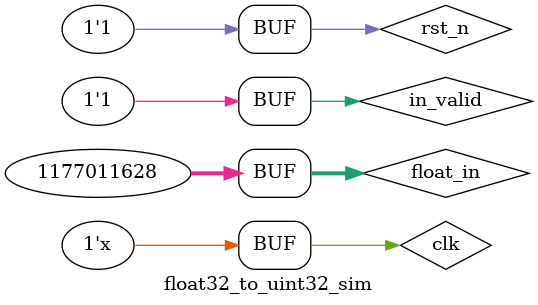
<source format=v>
`timescale 1ns / 1ps


module float32_to_uint32_sim(

    );
    reg clk = 1;
    reg rst_n;
    reg in_valid;
    reg[31:0] float_in;
    wire[31:0] out_data;
    wire out_valid;
    
    float32_to_uint32 float32_to_uint32(
    .aclk(clk),
    .aresetn(rst_n),
    .float_in(float_in),
    .out_data(out_data)
    );
    
    initial begin
        rst_n = 0;
        #5 in_valid = 1;
        rst_n = 1;
        float_in = 32'b01000110001001111100010110101100;
    end
    
    always begin
        #5 clk =~ clk;
    end
endmodule

</source>
